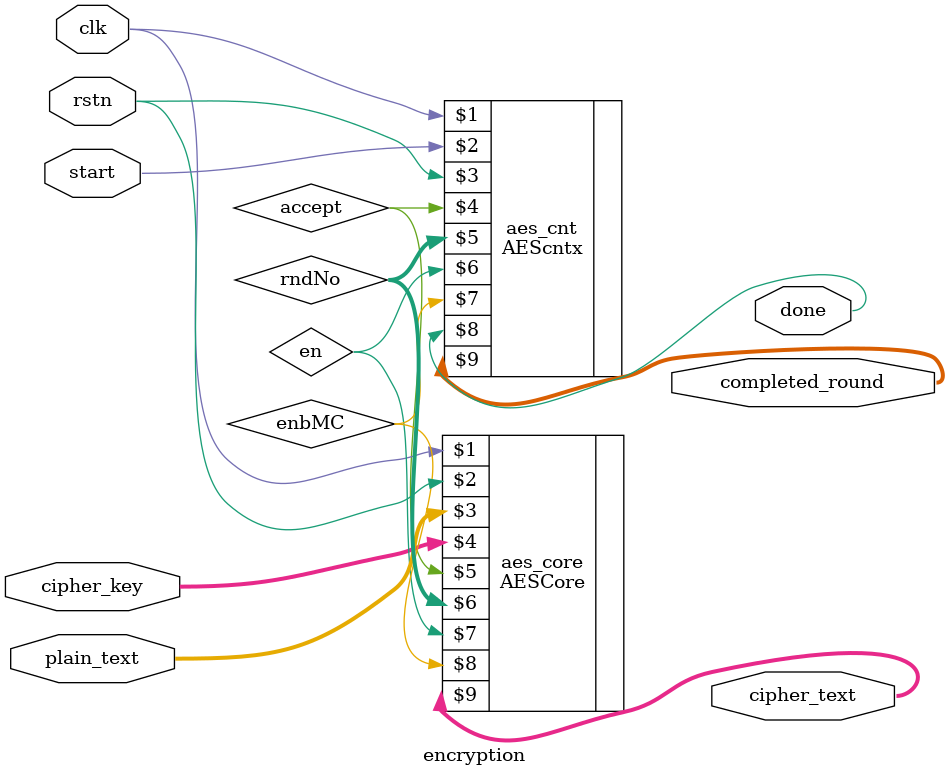
<source format=v>
`timescale 1ns / 1ps

// Top module for connecting the AES controller with N AES cores.
module encryption  (input   clk,
    input   start,
    input   rstn,
    input   [127:0] plain_text,
    input   [127:0] cipher_key,

    // to testbench
    output  done,
    output  [9:0] completed_round,
    output  [127:0] cipher_text
);

	wire accept;
	wire [3:0] rndNo;
	wire en;
	wire enbMC;

	AEScntx aes_cnt (
    clk,
    start,
    rstn,
    accept,
    rndNo,
    en,
    enbMC,
    done,
    completed_round
	);

	AESCore aes_core (
            clk,
            rstn,
            plain_text,
            cipher_key,
            accept,
            rndNo,
            en,
            enbMC,
            cipher_text
        );


/*

property result1;
	@(posedge clk) 
	(((plain_text == 128'hd3b930ac8979195ea7276b61dfe9d438) && start && accept && rstn && (cipher_key == 128'b0) ) |->  ##11 (cipher_text == 128'hc99261d5e548d92738ebba428b544bbb ));
endproperty

result_test1 : assert property (result1);

property result2;
	@(posedge clk) 
	(((plain_text == 128'hec90b696c95db75c6258bb52e7ce9c65) && accept && rstn && (cipher_key == 128'b0) ) |->  ##11 (cipher_text == 128'hbbd24a0555b6227de5140e4cf0f00d11 && done == 'b1));
endproperty

result_test2 : assert property (result2);

property result3;
	@(posedge clk) 
	(((plain_text == 128'h00000000000000000000000000000000) && accept && rstn && (cipher_key == 128'b0) ) |->  ##11 (cipher_text == 128'h66e94bd4ef8a2c3b884cfa59ca342b2e));
endproperty

result_test3 : assert property (result3);

property result4;
	@(posedge clk) 
	(((plain_text == 128'h95d70dc6855a9d46a74997ac72b94089) && accept && rstn && (cipher_key == 128'b0) ) |->  ##11 (cipher_text == 128'h59225d2494044b9f0e35f2b133dc3f81));
endproperty

result_test4 : assert property (result4);

property result5;
	@(posedge clk) 
	(((plain_text == 128'h871a089b5f66929d6e8f13291a1c6f66) && accept && rstn && (cipher_key == 128'b0) ) |->  ##11 (cipher_text == 128'h84f1f434bf769e48428a4b13176800c4));
endproperty

result_test5 : assert property (result5);
*/










endmodule

</source>
